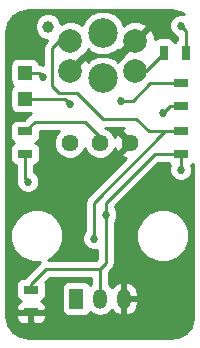
<source format=gtl>
%TF.GenerationSoftware,KiCad,Pcbnew,4.0.7*%
%TF.CreationDate,2018-07-15T20:25:08+02:00*%
%TF.ProjectId,Modulo IR,4D6F64756C6F2049522E6B696361645F,1.0*%
%TF.FileFunction,Copper,L1,Top,Signal*%
%FSLAX46Y46*%
G04 Gerber Fmt 4.6, Leading zero omitted, Abs format (unit mm)*
G04 Created by KiCad (PCBNEW 4.0.7) date 07/15/18 20:25:08*
%MOMM*%
%LPD*%
G01*
G04 APERTURE LIST*
%ADD10C,0.100000*%
%ADD11C,1.440000*%
%ADD12R,1.300000X0.700000*%
%ADD13R,1.200000X1.700000*%
%ADD14O,1.200000X1.700000*%
%ADD15R,1.200000X1.200000*%
%ADD16C,2.000000*%
%ADD17C,2.500000*%
%ADD18C,1.000000*%
%ADD19R,0.700000X1.300000*%
%ADD20C,0.685800*%
%ADD21C,0.254000*%
G04 APERTURE END LIST*
D10*
D11*
X7112000Y-16256000D03*
X9652000Y-16256000D03*
X12192000Y-16256000D03*
D12*
X16510000Y-11242000D03*
X16510000Y-13142000D03*
X16510000Y-17206000D03*
X16510000Y-15306000D03*
X3302000Y-15306000D03*
X3302000Y-17206000D03*
D13*
X7670800Y-29464000D03*
D14*
X9670800Y-29464000D03*
X11670800Y-29464000D03*
D15*
X3302000Y-12530000D03*
X3302000Y-10330000D03*
D12*
X3810000Y-28704500D03*
X3810000Y-30604500D03*
D16*
X7156000Y-10160000D03*
X12656000Y-10160000D03*
X7156000Y-7620000D03*
X12656000Y-7620000D03*
D17*
X9906000Y-6990000D03*
X9906000Y-10790000D03*
D18*
X5256000Y-6440000D03*
D19*
X16952000Y-8636000D03*
X15052000Y-8636000D03*
D20*
X16510000Y-6350000D03*
X16510000Y-18542000D03*
X7112000Y-12954000D03*
X10160000Y-22352000D03*
X3556000Y-19558000D03*
X9144000Y-24384000D03*
X14986000Y-13716000D03*
X4826000Y-10668000D03*
X11430000Y-12700000D03*
D21*
X9670800Y-29464000D02*
X9670800Y-26905200D01*
X9670800Y-26905200D02*
X9652000Y-26924000D01*
X16510000Y-17206000D02*
X16510000Y-18542000D01*
X16952000Y-6792000D02*
X16952000Y-8636000D01*
X16510000Y-6350000D02*
X16952000Y-6792000D01*
X3302000Y-12530000D02*
X6688000Y-12530000D01*
X6688000Y-12530000D02*
X7112000Y-12954000D01*
X16510000Y-17206000D02*
X14290000Y-17206000D01*
X14290000Y-17206000D02*
X10160000Y-21336000D01*
X10160000Y-22352000D02*
X10160000Y-21336000D01*
X3810000Y-28704500D02*
X3810000Y-28194000D01*
X10160000Y-26416000D02*
X10160000Y-22352000D01*
X9652000Y-26924000D02*
X10160000Y-26416000D01*
X5080000Y-26924000D02*
X9652000Y-26924000D01*
X3810000Y-28194000D02*
X5080000Y-26924000D01*
X12656000Y-7620000D02*
X12192000Y-7620000D01*
X12192000Y-7620000D02*
X10922000Y-8890000D01*
X10922000Y-8890000D02*
X8128000Y-8890000D01*
X8128000Y-8890000D02*
X7156000Y-9862000D01*
X7156000Y-9862000D02*
X7156000Y-10160000D01*
X7156000Y-10160000D02*
X7156000Y-10204000D01*
X3302000Y-19304000D02*
X3302000Y-17206000D01*
X3556000Y-19558000D02*
X3302000Y-19304000D01*
X16510000Y-15306000D02*
X13782000Y-15306000D01*
X5588000Y-8255000D02*
X6223000Y-7620000D01*
X5588000Y-11430000D02*
X5588000Y-8255000D01*
X6223000Y-12065000D02*
X5588000Y-11430000D01*
X7747000Y-12065000D02*
X6223000Y-12065000D01*
X9906000Y-14224000D02*
X7747000Y-12065000D01*
X12700000Y-14224000D02*
X9906000Y-14224000D01*
X13782000Y-15306000D02*
X12700000Y-14224000D01*
X6223000Y-7620000D02*
X7156000Y-7620000D01*
X16510000Y-15306000D02*
X15174000Y-15306000D01*
X9144000Y-21336000D02*
X9144000Y-24384000D01*
X15174000Y-15306000D02*
X9144000Y-21336000D01*
X15560000Y-13142000D02*
X16510000Y-13142000D01*
X14986000Y-13716000D02*
X15560000Y-13142000D01*
X16510000Y-11242000D02*
X13904000Y-11242000D01*
X4488000Y-10330000D02*
X3302000Y-10330000D01*
X4826000Y-10668000D02*
X4488000Y-10330000D01*
X12446000Y-12700000D02*
X11430000Y-12700000D01*
X13904000Y-11242000D02*
X12446000Y-12700000D01*
X9652000Y-16256000D02*
X9652000Y-15748000D01*
X9652000Y-15748000D02*
X8382000Y-14478000D01*
X8382000Y-14478000D02*
X4130000Y-14478000D01*
X4130000Y-14478000D02*
X3302000Y-15306000D01*
X12656000Y-10160000D02*
X13528000Y-10160000D01*
X13528000Y-10160000D02*
X15052000Y-8636000D01*
G36*
X16442989Y-5180152D02*
X16771790Y-5399850D01*
X16705370Y-5372270D01*
X16316337Y-5371931D01*
X15956788Y-5520493D01*
X15681460Y-5795341D01*
X15532270Y-6154630D01*
X15531931Y-6543663D01*
X15680493Y-6903212D01*
X15955341Y-7178540D01*
X16190000Y-7275979D01*
X16190000Y-7496530D01*
X16150559Y-7521910D01*
X16005569Y-7734110D01*
X16002919Y-7747197D01*
X15866090Y-7534559D01*
X15653890Y-7389569D01*
X15402000Y-7338560D01*
X14702000Y-7338560D01*
X14466683Y-7382838D01*
X14287607Y-7498070D01*
X14277856Y-7234540D01*
X14075387Y-6745736D01*
X13808532Y-6647073D01*
X12835605Y-7620000D01*
X12849748Y-7634143D01*
X12670143Y-7813748D01*
X12656000Y-7799605D01*
X11683073Y-8772532D01*
X11696164Y-8807938D01*
X11270722Y-9232637D01*
X11195547Y-9413678D01*
X10975161Y-9192907D01*
X10282595Y-8905328D01*
X9532695Y-8904674D01*
X8839628Y-9191043D01*
X8624937Y-9405360D01*
X8575387Y-9285736D01*
X8308532Y-9187073D01*
X7335605Y-10160000D01*
X7349748Y-10174143D01*
X7170143Y-10353748D01*
X7156000Y-10339605D01*
X7141858Y-10353748D01*
X6962253Y-10174143D01*
X6976395Y-10160000D01*
X6962253Y-10145858D01*
X7141858Y-9966253D01*
X7156000Y-9980395D01*
X8128927Y-9007468D01*
X8115836Y-8972062D01*
X8541278Y-8547363D01*
X8616453Y-8366322D01*
X8836839Y-8587093D01*
X9529405Y-8874672D01*
X10279305Y-8875326D01*
X10972372Y-8588957D01*
X11187063Y-8374640D01*
X11236613Y-8494264D01*
X11503468Y-8592927D01*
X12476395Y-7620000D01*
X12462253Y-7605858D01*
X12641858Y-7426253D01*
X12656000Y-7440395D01*
X13628927Y-6467468D01*
X13530264Y-6200613D01*
X12920539Y-5974092D01*
X12270540Y-5998144D01*
X11781736Y-6200613D01*
X11705076Y-6407955D01*
X11504957Y-5923628D01*
X10975161Y-5392907D01*
X10282595Y-5105328D01*
X9532695Y-5104674D01*
X8839628Y-5391043D01*
X8308907Y-5920839D01*
X8150602Y-6302079D01*
X8083363Y-6234722D01*
X7482648Y-5985284D01*
X6832205Y-5984716D01*
X6374155Y-6173979D01*
X6218767Y-5797914D01*
X5899765Y-5478355D01*
X5482756Y-5305197D01*
X5031225Y-5304803D01*
X4613914Y-5477233D01*
X4294355Y-5796235D01*
X4121197Y-6213244D01*
X4120803Y-6664775D01*
X4293233Y-7082086D01*
X4612235Y-7401645D01*
X5029244Y-7574803D01*
X5190426Y-7574944D01*
X5049185Y-7716185D01*
X4884004Y-7963395D01*
X4826000Y-8255000D01*
X4826000Y-9657004D01*
X4779605Y-9626004D01*
X4520161Y-9574397D01*
X4505162Y-9494683D01*
X4366090Y-9278559D01*
X4153890Y-9133569D01*
X3902000Y-9082560D01*
X2702000Y-9082560D01*
X2466683Y-9126838D01*
X2250559Y-9265910D01*
X2105569Y-9478110D01*
X2054560Y-9730000D01*
X2054560Y-10930000D01*
X2098838Y-11165317D01*
X2237910Y-11381441D01*
X2307711Y-11429134D01*
X2250559Y-11465910D01*
X2105569Y-11678110D01*
X2054560Y-11930000D01*
X2054560Y-13130000D01*
X2098838Y-13365317D01*
X2237910Y-13581441D01*
X2450110Y-13726431D01*
X2702000Y-13777440D01*
X3833253Y-13777440D01*
X3730652Y-13845996D01*
X3591185Y-13939185D01*
X3221810Y-14308560D01*
X2652000Y-14308560D01*
X2416683Y-14352838D01*
X2200559Y-14491910D01*
X2055569Y-14704110D01*
X2004560Y-14956000D01*
X2004560Y-15656000D01*
X2048838Y-15891317D01*
X2187910Y-16107441D01*
X2400110Y-16252431D01*
X2413197Y-16255081D01*
X2200559Y-16391910D01*
X2055569Y-16604110D01*
X2004560Y-16856000D01*
X2004560Y-17556000D01*
X2048838Y-17791317D01*
X2187910Y-18007441D01*
X2400110Y-18152431D01*
X2540000Y-18180759D01*
X2540000Y-19304000D01*
X2578154Y-19495812D01*
X2577931Y-19751663D01*
X2726493Y-20111212D01*
X3001341Y-20386540D01*
X3360630Y-20535730D01*
X3749663Y-20536069D01*
X4109212Y-20387507D01*
X4384540Y-20112659D01*
X4533730Y-19753370D01*
X4534069Y-19364337D01*
X4385507Y-19004788D01*
X4110659Y-18729460D01*
X4064000Y-18710085D01*
X4064000Y-18182366D01*
X4187317Y-18159162D01*
X4403441Y-18020090D01*
X4548431Y-17807890D01*
X4599440Y-17556000D01*
X4599440Y-16856000D01*
X4555162Y-16620683D01*
X4416090Y-16404559D01*
X4203890Y-16259569D01*
X4190803Y-16256919D01*
X4403441Y-16120090D01*
X4548431Y-15907890D01*
X4599440Y-15656000D01*
X4599440Y-15240000D01*
X6211841Y-15240000D01*
X5963957Y-15487452D01*
X5757236Y-15985291D01*
X5756765Y-16524344D01*
X5962617Y-17022543D01*
X6343452Y-17404043D01*
X6841291Y-17610764D01*
X7380344Y-17611235D01*
X7878543Y-17405383D01*
X8260043Y-17024548D01*
X8382045Y-16730736D01*
X8502617Y-17022543D01*
X8883452Y-17404043D01*
X9381291Y-17610764D01*
X9920344Y-17611235D01*
X10418543Y-17405383D01*
X10800043Y-17024548D01*
X10915339Y-16746884D01*
X11004389Y-16961869D01*
X11242226Y-17026169D01*
X12012395Y-16256000D01*
X11242226Y-15485831D01*
X11004389Y-15550131D01*
X10922331Y-15782172D01*
X10801383Y-15489457D01*
X10420548Y-15107957D01*
X10126843Y-14986000D01*
X11685036Y-14986000D01*
X11486131Y-15068389D01*
X11421831Y-15306226D01*
X12192000Y-16076395D01*
X12206143Y-16062253D01*
X12385748Y-16241858D01*
X12371605Y-16256000D01*
X12385748Y-16270143D01*
X12206143Y-16449748D01*
X12192000Y-16435605D01*
X11421831Y-17205774D01*
X11486131Y-17443611D01*
X11835285Y-17567085D01*
X8605185Y-20797185D01*
X8440004Y-21044395D01*
X8382000Y-21336000D01*
X8382000Y-23762917D01*
X8315460Y-23829341D01*
X8166270Y-24188630D01*
X8165931Y-24577663D01*
X8314493Y-24937212D01*
X8589341Y-25212540D01*
X8948630Y-25361730D01*
X9337663Y-25362069D01*
X9398000Y-25337138D01*
X9398000Y-26100369D01*
X9336370Y-26162000D01*
X5252852Y-26162000D01*
X5582372Y-26025845D01*
X6211636Y-25397679D01*
X6552611Y-24576519D01*
X6553387Y-23687381D01*
X6213845Y-22865628D01*
X5585679Y-22236364D01*
X4764519Y-21895389D01*
X3875381Y-21894613D01*
X3053628Y-22234155D01*
X2424364Y-22862321D01*
X2083389Y-23683481D01*
X2082613Y-24572619D01*
X2422155Y-25394372D01*
X3050321Y-26023636D01*
X3871481Y-26364611D01*
X4571061Y-26365222D01*
X4541184Y-26385185D01*
X3271185Y-27655185D01*
X3236523Y-27707060D01*
X3160000Y-27707060D01*
X2924683Y-27751338D01*
X2708559Y-27890410D01*
X2563569Y-28102610D01*
X2512560Y-28354500D01*
X2512560Y-29054500D01*
X2556838Y-29289817D01*
X2695910Y-29505941D01*
X2908110Y-29650931D01*
X2941490Y-29657691D01*
X2800301Y-29716173D01*
X2621673Y-29894802D01*
X2525000Y-30128191D01*
X2525000Y-30318750D01*
X2683750Y-30477500D01*
X3683000Y-30477500D01*
X3683000Y-30457500D01*
X3937000Y-30457500D01*
X3937000Y-30477500D01*
X4936250Y-30477500D01*
X5095000Y-30318750D01*
X5095000Y-30128191D01*
X4998327Y-29894802D01*
X4819699Y-29716173D01*
X4683713Y-29659846D01*
X4695317Y-29657662D01*
X4911441Y-29518590D01*
X5056431Y-29306390D01*
X5107440Y-29054500D01*
X5107440Y-28354500D01*
X5063162Y-28119183D01*
X5023729Y-28057902D01*
X5395631Y-27686000D01*
X8908800Y-27686000D01*
X8908800Y-28237277D01*
X8820804Y-28296074D01*
X8734890Y-28162559D01*
X8522690Y-28017569D01*
X8270800Y-27966560D01*
X7070800Y-27966560D01*
X6835483Y-28010838D01*
X6619359Y-28149910D01*
X6474369Y-28362110D01*
X6423360Y-28614000D01*
X6423360Y-30314000D01*
X6467638Y-30549317D01*
X6606710Y-30765441D01*
X6818910Y-30910431D01*
X7070800Y-30961440D01*
X8270800Y-30961440D01*
X8506117Y-30917162D01*
X8722241Y-30778090D01*
X8821701Y-30632525D01*
X9198186Y-30884084D01*
X9670800Y-30978093D01*
X10143414Y-30884084D01*
X10544077Y-30616370D01*
X10673210Y-30423109D01*
X10841675Y-30645933D01*
X11261424Y-30892286D01*
X11353191Y-30907462D01*
X11543800Y-30782731D01*
X11543800Y-29591000D01*
X11797800Y-29591000D01*
X11797800Y-30782731D01*
X11988409Y-30907462D01*
X12080176Y-30892286D01*
X12499925Y-30645933D01*
X12793447Y-30257701D01*
X12916056Y-29786696D01*
X12753347Y-29591000D01*
X11797800Y-29591000D01*
X11543800Y-29591000D01*
X11523800Y-29591000D01*
X11523800Y-29337000D01*
X11543800Y-29337000D01*
X11543800Y-28145269D01*
X11797800Y-28145269D01*
X11797800Y-29337000D01*
X12753347Y-29337000D01*
X12916056Y-29141304D01*
X12793447Y-28670299D01*
X12499925Y-28282067D01*
X12080176Y-28035714D01*
X11988409Y-28020538D01*
X11797800Y-28145269D01*
X11543800Y-28145269D01*
X11353191Y-28020538D01*
X11261424Y-28035714D01*
X10841675Y-28282067D01*
X10673210Y-28504891D01*
X10544077Y-28311630D01*
X10432800Y-28237277D01*
X10432800Y-27220830D01*
X10698815Y-26954816D01*
X10863996Y-26707605D01*
X10878956Y-26632395D01*
X10922000Y-26416000D01*
X10922000Y-24572619D01*
X12750613Y-24572619D01*
X13090155Y-25394372D01*
X13718321Y-26023636D01*
X14539481Y-26364611D01*
X15428619Y-26365387D01*
X16250372Y-26025845D01*
X16879636Y-25397679D01*
X17220611Y-24576519D01*
X17221387Y-23687381D01*
X16881845Y-22865628D01*
X16253679Y-22236364D01*
X15432519Y-21895389D01*
X14543381Y-21894613D01*
X13721628Y-22234155D01*
X13092364Y-22862321D01*
X12751389Y-23683481D01*
X12750613Y-24572619D01*
X10922000Y-24572619D01*
X10922000Y-22973083D01*
X10988540Y-22906659D01*
X11137730Y-22547370D01*
X11138069Y-22158337D01*
X10989507Y-21798788D01*
X10922000Y-21731163D01*
X10922000Y-21651630D01*
X14605630Y-17968000D01*
X15370530Y-17968000D01*
X15395910Y-18007441D01*
X15608110Y-18152431D01*
X15612536Y-18153327D01*
X15532270Y-18346630D01*
X15531931Y-18735663D01*
X15680493Y-19095212D01*
X15955341Y-19370540D01*
X16314630Y-19519730D01*
X16703663Y-19520069D01*
X17063212Y-19371507D01*
X17338540Y-19096659D01*
X17487730Y-18737370D01*
X17488069Y-18348337D01*
X17406840Y-18151747D01*
X17578000Y-18041609D01*
X17578000Y-31136138D01*
X17359531Y-31852478D01*
X16906038Y-32403382D01*
X16276246Y-32738805D01*
X15459656Y-32818000D01*
X3625931Y-32818000D01*
X2861011Y-32665848D01*
X2271830Y-32272170D01*
X1878152Y-31682989D01*
X1726000Y-30918069D01*
X1726000Y-30890250D01*
X2525000Y-30890250D01*
X2525000Y-31080809D01*
X2621673Y-31314198D01*
X2800301Y-31492827D01*
X3033690Y-31589500D01*
X3524250Y-31589500D01*
X3683000Y-31430750D01*
X3683000Y-30731500D01*
X3937000Y-30731500D01*
X3937000Y-31430750D01*
X4095750Y-31589500D01*
X4586310Y-31589500D01*
X4819699Y-31492827D01*
X4998327Y-31314198D01*
X5095000Y-31080809D01*
X5095000Y-30890250D01*
X4936250Y-30731500D01*
X3937000Y-30731500D01*
X3683000Y-30731500D01*
X2683750Y-30731500D01*
X2525000Y-30890250D01*
X1726000Y-30890250D01*
X1726000Y-6927931D01*
X1878152Y-6163011D01*
X2271830Y-5573830D01*
X2861011Y-5180152D01*
X3625931Y-5028000D01*
X15678069Y-5028000D01*
X16442989Y-5180152D01*
X16442989Y-5180152D01*
G37*
X16442989Y-5180152D02*
X16771790Y-5399850D01*
X16705370Y-5372270D01*
X16316337Y-5371931D01*
X15956788Y-5520493D01*
X15681460Y-5795341D01*
X15532270Y-6154630D01*
X15531931Y-6543663D01*
X15680493Y-6903212D01*
X15955341Y-7178540D01*
X16190000Y-7275979D01*
X16190000Y-7496530D01*
X16150559Y-7521910D01*
X16005569Y-7734110D01*
X16002919Y-7747197D01*
X15866090Y-7534559D01*
X15653890Y-7389569D01*
X15402000Y-7338560D01*
X14702000Y-7338560D01*
X14466683Y-7382838D01*
X14287607Y-7498070D01*
X14277856Y-7234540D01*
X14075387Y-6745736D01*
X13808532Y-6647073D01*
X12835605Y-7620000D01*
X12849748Y-7634143D01*
X12670143Y-7813748D01*
X12656000Y-7799605D01*
X11683073Y-8772532D01*
X11696164Y-8807938D01*
X11270722Y-9232637D01*
X11195547Y-9413678D01*
X10975161Y-9192907D01*
X10282595Y-8905328D01*
X9532695Y-8904674D01*
X8839628Y-9191043D01*
X8624937Y-9405360D01*
X8575387Y-9285736D01*
X8308532Y-9187073D01*
X7335605Y-10160000D01*
X7349748Y-10174143D01*
X7170143Y-10353748D01*
X7156000Y-10339605D01*
X7141858Y-10353748D01*
X6962253Y-10174143D01*
X6976395Y-10160000D01*
X6962253Y-10145858D01*
X7141858Y-9966253D01*
X7156000Y-9980395D01*
X8128927Y-9007468D01*
X8115836Y-8972062D01*
X8541278Y-8547363D01*
X8616453Y-8366322D01*
X8836839Y-8587093D01*
X9529405Y-8874672D01*
X10279305Y-8875326D01*
X10972372Y-8588957D01*
X11187063Y-8374640D01*
X11236613Y-8494264D01*
X11503468Y-8592927D01*
X12476395Y-7620000D01*
X12462253Y-7605858D01*
X12641858Y-7426253D01*
X12656000Y-7440395D01*
X13628927Y-6467468D01*
X13530264Y-6200613D01*
X12920539Y-5974092D01*
X12270540Y-5998144D01*
X11781736Y-6200613D01*
X11705076Y-6407955D01*
X11504957Y-5923628D01*
X10975161Y-5392907D01*
X10282595Y-5105328D01*
X9532695Y-5104674D01*
X8839628Y-5391043D01*
X8308907Y-5920839D01*
X8150602Y-6302079D01*
X8083363Y-6234722D01*
X7482648Y-5985284D01*
X6832205Y-5984716D01*
X6374155Y-6173979D01*
X6218767Y-5797914D01*
X5899765Y-5478355D01*
X5482756Y-5305197D01*
X5031225Y-5304803D01*
X4613914Y-5477233D01*
X4294355Y-5796235D01*
X4121197Y-6213244D01*
X4120803Y-6664775D01*
X4293233Y-7082086D01*
X4612235Y-7401645D01*
X5029244Y-7574803D01*
X5190426Y-7574944D01*
X5049185Y-7716185D01*
X4884004Y-7963395D01*
X4826000Y-8255000D01*
X4826000Y-9657004D01*
X4779605Y-9626004D01*
X4520161Y-9574397D01*
X4505162Y-9494683D01*
X4366090Y-9278559D01*
X4153890Y-9133569D01*
X3902000Y-9082560D01*
X2702000Y-9082560D01*
X2466683Y-9126838D01*
X2250559Y-9265910D01*
X2105569Y-9478110D01*
X2054560Y-9730000D01*
X2054560Y-10930000D01*
X2098838Y-11165317D01*
X2237910Y-11381441D01*
X2307711Y-11429134D01*
X2250559Y-11465910D01*
X2105569Y-11678110D01*
X2054560Y-11930000D01*
X2054560Y-13130000D01*
X2098838Y-13365317D01*
X2237910Y-13581441D01*
X2450110Y-13726431D01*
X2702000Y-13777440D01*
X3833253Y-13777440D01*
X3730652Y-13845996D01*
X3591185Y-13939185D01*
X3221810Y-14308560D01*
X2652000Y-14308560D01*
X2416683Y-14352838D01*
X2200559Y-14491910D01*
X2055569Y-14704110D01*
X2004560Y-14956000D01*
X2004560Y-15656000D01*
X2048838Y-15891317D01*
X2187910Y-16107441D01*
X2400110Y-16252431D01*
X2413197Y-16255081D01*
X2200559Y-16391910D01*
X2055569Y-16604110D01*
X2004560Y-16856000D01*
X2004560Y-17556000D01*
X2048838Y-17791317D01*
X2187910Y-18007441D01*
X2400110Y-18152431D01*
X2540000Y-18180759D01*
X2540000Y-19304000D01*
X2578154Y-19495812D01*
X2577931Y-19751663D01*
X2726493Y-20111212D01*
X3001341Y-20386540D01*
X3360630Y-20535730D01*
X3749663Y-20536069D01*
X4109212Y-20387507D01*
X4384540Y-20112659D01*
X4533730Y-19753370D01*
X4534069Y-19364337D01*
X4385507Y-19004788D01*
X4110659Y-18729460D01*
X4064000Y-18710085D01*
X4064000Y-18182366D01*
X4187317Y-18159162D01*
X4403441Y-18020090D01*
X4548431Y-17807890D01*
X4599440Y-17556000D01*
X4599440Y-16856000D01*
X4555162Y-16620683D01*
X4416090Y-16404559D01*
X4203890Y-16259569D01*
X4190803Y-16256919D01*
X4403441Y-16120090D01*
X4548431Y-15907890D01*
X4599440Y-15656000D01*
X4599440Y-15240000D01*
X6211841Y-15240000D01*
X5963957Y-15487452D01*
X5757236Y-15985291D01*
X5756765Y-16524344D01*
X5962617Y-17022543D01*
X6343452Y-17404043D01*
X6841291Y-17610764D01*
X7380344Y-17611235D01*
X7878543Y-17405383D01*
X8260043Y-17024548D01*
X8382045Y-16730736D01*
X8502617Y-17022543D01*
X8883452Y-17404043D01*
X9381291Y-17610764D01*
X9920344Y-17611235D01*
X10418543Y-17405383D01*
X10800043Y-17024548D01*
X10915339Y-16746884D01*
X11004389Y-16961869D01*
X11242226Y-17026169D01*
X12012395Y-16256000D01*
X11242226Y-15485831D01*
X11004389Y-15550131D01*
X10922331Y-15782172D01*
X10801383Y-15489457D01*
X10420548Y-15107957D01*
X10126843Y-14986000D01*
X11685036Y-14986000D01*
X11486131Y-15068389D01*
X11421831Y-15306226D01*
X12192000Y-16076395D01*
X12206143Y-16062253D01*
X12385748Y-16241858D01*
X12371605Y-16256000D01*
X12385748Y-16270143D01*
X12206143Y-16449748D01*
X12192000Y-16435605D01*
X11421831Y-17205774D01*
X11486131Y-17443611D01*
X11835285Y-17567085D01*
X8605185Y-20797185D01*
X8440004Y-21044395D01*
X8382000Y-21336000D01*
X8382000Y-23762917D01*
X8315460Y-23829341D01*
X8166270Y-24188630D01*
X8165931Y-24577663D01*
X8314493Y-24937212D01*
X8589341Y-25212540D01*
X8948630Y-25361730D01*
X9337663Y-25362069D01*
X9398000Y-25337138D01*
X9398000Y-26100369D01*
X9336370Y-26162000D01*
X5252852Y-26162000D01*
X5582372Y-26025845D01*
X6211636Y-25397679D01*
X6552611Y-24576519D01*
X6553387Y-23687381D01*
X6213845Y-22865628D01*
X5585679Y-22236364D01*
X4764519Y-21895389D01*
X3875381Y-21894613D01*
X3053628Y-22234155D01*
X2424364Y-22862321D01*
X2083389Y-23683481D01*
X2082613Y-24572619D01*
X2422155Y-25394372D01*
X3050321Y-26023636D01*
X3871481Y-26364611D01*
X4571061Y-26365222D01*
X4541184Y-26385185D01*
X3271185Y-27655185D01*
X3236523Y-27707060D01*
X3160000Y-27707060D01*
X2924683Y-27751338D01*
X2708559Y-27890410D01*
X2563569Y-28102610D01*
X2512560Y-28354500D01*
X2512560Y-29054500D01*
X2556838Y-29289817D01*
X2695910Y-29505941D01*
X2908110Y-29650931D01*
X2941490Y-29657691D01*
X2800301Y-29716173D01*
X2621673Y-29894802D01*
X2525000Y-30128191D01*
X2525000Y-30318750D01*
X2683750Y-30477500D01*
X3683000Y-30477500D01*
X3683000Y-30457500D01*
X3937000Y-30457500D01*
X3937000Y-30477500D01*
X4936250Y-30477500D01*
X5095000Y-30318750D01*
X5095000Y-30128191D01*
X4998327Y-29894802D01*
X4819699Y-29716173D01*
X4683713Y-29659846D01*
X4695317Y-29657662D01*
X4911441Y-29518590D01*
X5056431Y-29306390D01*
X5107440Y-29054500D01*
X5107440Y-28354500D01*
X5063162Y-28119183D01*
X5023729Y-28057902D01*
X5395631Y-27686000D01*
X8908800Y-27686000D01*
X8908800Y-28237277D01*
X8820804Y-28296074D01*
X8734890Y-28162559D01*
X8522690Y-28017569D01*
X8270800Y-27966560D01*
X7070800Y-27966560D01*
X6835483Y-28010838D01*
X6619359Y-28149910D01*
X6474369Y-28362110D01*
X6423360Y-28614000D01*
X6423360Y-30314000D01*
X6467638Y-30549317D01*
X6606710Y-30765441D01*
X6818910Y-30910431D01*
X7070800Y-30961440D01*
X8270800Y-30961440D01*
X8506117Y-30917162D01*
X8722241Y-30778090D01*
X8821701Y-30632525D01*
X9198186Y-30884084D01*
X9670800Y-30978093D01*
X10143414Y-30884084D01*
X10544077Y-30616370D01*
X10673210Y-30423109D01*
X10841675Y-30645933D01*
X11261424Y-30892286D01*
X11353191Y-30907462D01*
X11543800Y-30782731D01*
X11543800Y-29591000D01*
X11797800Y-29591000D01*
X11797800Y-30782731D01*
X11988409Y-30907462D01*
X12080176Y-30892286D01*
X12499925Y-30645933D01*
X12793447Y-30257701D01*
X12916056Y-29786696D01*
X12753347Y-29591000D01*
X11797800Y-29591000D01*
X11543800Y-29591000D01*
X11523800Y-29591000D01*
X11523800Y-29337000D01*
X11543800Y-29337000D01*
X11543800Y-28145269D01*
X11797800Y-28145269D01*
X11797800Y-29337000D01*
X12753347Y-29337000D01*
X12916056Y-29141304D01*
X12793447Y-28670299D01*
X12499925Y-28282067D01*
X12080176Y-28035714D01*
X11988409Y-28020538D01*
X11797800Y-28145269D01*
X11543800Y-28145269D01*
X11353191Y-28020538D01*
X11261424Y-28035714D01*
X10841675Y-28282067D01*
X10673210Y-28504891D01*
X10544077Y-28311630D01*
X10432800Y-28237277D01*
X10432800Y-27220830D01*
X10698815Y-26954816D01*
X10863996Y-26707605D01*
X10878956Y-26632395D01*
X10922000Y-26416000D01*
X10922000Y-24572619D01*
X12750613Y-24572619D01*
X13090155Y-25394372D01*
X13718321Y-26023636D01*
X14539481Y-26364611D01*
X15428619Y-26365387D01*
X16250372Y-26025845D01*
X16879636Y-25397679D01*
X17220611Y-24576519D01*
X17221387Y-23687381D01*
X16881845Y-22865628D01*
X16253679Y-22236364D01*
X15432519Y-21895389D01*
X14543381Y-21894613D01*
X13721628Y-22234155D01*
X13092364Y-22862321D01*
X12751389Y-23683481D01*
X12750613Y-24572619D01*
X10922000Y-24572619D01*
X10922000Y-22973083D01*
X10988540Y-22906659D01*
X11137730Y-22547370D01*
X11138069Y-22158337D01*
X10989507Y-21798788D01*
X10922000Y-21731163D01*
X10922000Y-21651630D01*
X14605630Y-17968000D01*
X15370530Y-17968000D01*
X15395910Y-18007441D01*
X15608110Y-18152431D01*
X15612536Y-18153327D01*
X15532270Y-18346630D01*
X15531931Y-18735663D01*
X15680493Y-19095212D01*
X15955341Y-19370540D01*
X16314630Y-19519730D01*
X16703663Y-19520069D01*
X17063212Y-19371507D01*
X17338540Y-19096659D01*
X17487730Y-18737370D01*
X17488069Y-18348337D01*
X17406840Y-18151747D01*
X17578000Y-18041609D01*
X17578000Y-31136138D01*
X17359531Y-31852478D01*
X16906038Y-32403382D01*
X16276246Y-32738805D01*
X15459656Y-32818000D01*
X3625931Y-32818000D01*
X2861011Y-32665848D01*
X2271830Y-32272170D01*
X1878152Y-31682989D01*
X1726000Y-30918069D01*
X1726000Y-30890250D01*
X2525000Y-30890250D01*
X2525000Y-31080809D01*
X2621673Y-31314198D01*
X2800301Y-31492827D01*
X3033690Y-31589500D01*
X3524250Y-31589500D01*
X3683000Y-31430750D01*
X3683000Y-30731500D01*
X3937000Y-30731500D01*
X3937000Y-31430750D01*
X4095750Y-31589500D01*
X4586310Y-31589500D01*
X4819699Y-31492827D01*
X4998327Y-31314198D01*
X5095000Y-31080809D01*
X5095000Y-30890250D01*
X4936250Y-30731500D01*
X3937000Y-30731500D01*
X3683000Y-30731500D01*
X2683750Y-30731500D01*
X2525000Y-30890250D01*
X1726000Y-30890250D01*
X1726000Y-6927931D01*
X1878152Y-6163011D01*
X2271830Y-5573830D01*
X2861011Y-5180152D01*
X3625931Y-5028000D01*
X15678069Y-5028000D01*
X16442989Y-5180152D01*
M02*

</source>
